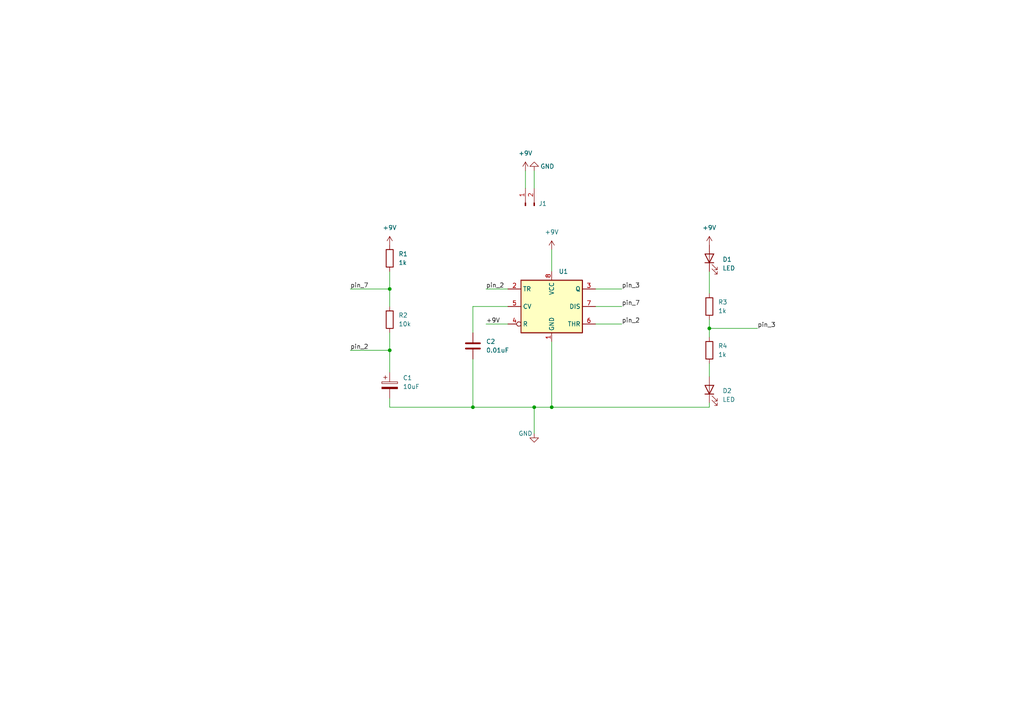
<source format=kicad_sch>
(kicad_sch (version 20211123) (generator eeschema)
  (paper "A4")
  (title_block (title "555 Timer circuit"))
  (lib_symbols
    (symbol "Connector:Conn_01x02_Male" (pin_names (offset 1.016) hide)
      (property "Reference" "J" (at 0 2.54 0))
      (property "Value" "Conn_01x02_Male" (at 0 -5.08 0))
      (symbol "Conn_01x02_Male_1_1"
        (polyline (pts (xy 1.27 -2.54) (xy 0.8636 -2.54)) (stroke (width 0.1524)))
        (polyline (pts (xy 1.27 0) (xy 0.8636 0)) (stroke (width 0.1524)))
        (rectangle (start 0.8636 -2.413) (end 0 -2.667) (stroke (width 0.1524)) (fill (type outline)))
        (rectangle (start 0.8636 0.127) (end 0 -0.127) (stroke (width 0.1524)) (fill (type outline)))
        (pin passive line (at 5.08 0 180) (length 3.81) (name "Pin_1") (number "1"))
        (pin passive line (at 5.08 -2.54 180) (length 3.81) (name "Pin_2") (number "2"))
      )
    )
    (symbol "Device:C" (pin_numbers hide) (pin_names (offset 0.254))
      (property "Reference" "C" (at 0.635 2.54 0))
      (property "Value" "C" (at 0.635 -2.54 0))
      (symbol "C_0_1"
        (polyline (pts (xy -2.032 -0.762) (xy 2.032 -0.762)) (stroke (width 0.508)))
        (polyline (pts (xy -2.032 0.762) (xy 2.032 0.762)) (stroke (width 0.508)))
      )
      (symbol "C_1_1"
        (pin passive line (at 0 3.81 270) (length 2.794) (name "~") (number "1"))
        (pin passive line (at 0 -3.81 90) (length 2.794) (name "~") (number "2"))
      )
    )
    (symbol "Device:C_Polarized" (pin_numbers hide) (pin_names (offset 0.254))
      (property "Reference" "C" (at 0.635 2.54 0))
      (property "Value" "C_Polarized" (at 0.635 -2.54 0))
      (symbol "C_Polarized_0_1"
        (rectangle (start -2.286 0.508) (end 2.286 1.016))
        (polyline (pts (xy -1.778 2.286) (xy -0.762 2.286)))
        (polyline (pts (xy -1.27 2.794) (xy -1.27 1.778)))
        (rectangle (start 2.286 -0.508) (end -2.286 -1.016) (fill (type outline)))
      )
      (symbol "C_Polarized_1_1"
        (pin passive line (at 0 3.81 270) (length 2.794) (name "~") (number "1"))
        (pin passive line (at 0 -3.81 90) (length 2.794) (name "~") (number "2"))
      )
    )
    (symbol "Device:LED" (pin_numbers hide) (pin_names (offset 1.016) hide)
      (property "Reference" "D" (at 0 2.54 0))
      (property "Value" "LED" (at 0 -2.54 0))
      (symbol "LED_0_1"
        (polyline (pts (xy -1.27 -1.27) (xy -1.27 1.27)) (stroke (width 0.254)))
        (polyline (pts (xy -1.27 0) (xy 1.27 0)))
        (polyline (pts (xy 1.27 -1.27) (xy 1.27 1.27) (xy -1.27 0) (xy 1.27 -1.27)) (stroke (width 0.254)))
        (polyline (pts (xy -3.048 -0.762) (xy -4.572 -2.286) (xy -3.81 -2.286) (xy -4.572 -2.286) (xy -4.572 -1.524)))
        (polyline (pts (xy -1.778 -0.762) (xy -3.302 -2.286) (xy -2.54 -2.286) (xy -3.302 -2.286) (xy -3.302 -1.524)))
      )
      (symbol "LED_1_1"
        (pin passive line (at -3.81 0 0) (length 2.54) (name "K") (number "1"))
        (pin passive line (at 3.81 0 180) (length 2.54) (name "A") (number "2"))
      )
    )
    (symbol "Device:R" (pin_numbers hide) (pin_names (offset 0))
      (property "Reference" "R" (at 2.032 0 90))
      (property "Value" "R" (at 0 0 90))
      (symbol "R_0_1"
        (rectangle (start -1.016 -2.54) (end 1.016 2.54) (stroke (width 0.254)))
      )
      (symbol "R_1_1"
        (pin passive line (at 0 3.81 270) (length 1.27) (name "~") (number "1"))
        (pin passive line (at 0 -3.81 90) (length 1.27) (name "~") (number "2"))
      )
    )
    (symbol "Timer:NE555D"
      (property "Reference" "U" (at -10.16 8.89 0))
      (property "Value" "NE555D" (at 2.54 8.89 0))
      (symbol "NE555D_0_0"
        (pin power_in line (at 0 -10.16 90) (length 2.54) (name "GND") (number "1"))
        (pin power_in line (at 0 10.16 270) (length 2.54) (name "VCC") (number "8"))
      )
      (symbol "NE555D_0_1"
        (rectangle (start -8.89 -7.62) (end 8.89 7.62) (stroke (width 0.254)) (fill (type background)))
        (rectangle (start -8.89 -7.62) (end 8.89 7.62) (stroke (width 0.254)) (fill (type background)))
      )
      (symbol "NE555D_1_1"
        (pin input line (at -12.7 5.08 0) (length 3.81) (name "TR") (number "2"))
        (pin output line (at 12.7 5.08 180) (length 3.81) (name "Q") (number "3"))
        (pin input inverted (at -12.7 -5.08 0) (length 3.81) (name "R") (number "4"))
        (pin input line (at -12.7 0 0) (length 3.81) (name "CV") (number "5"))
        (pin input line (at 12.7 -5.08 180) (length 3.81) (name "THR") (number "6"))
        (pin input line (at 12.7 0 180) (length 3.81) (name "DIS") (number "7"))
      )
    )
    (symbol "power:+9V" (power) (pin_names (offset 0))
      (property "Value" "+9V" (at 0 3.556 0))
      (symbol "+9V_0_1"
        (polyline (pts (xy -0.762 1.27) (xy 0 2.54)))
        (polyline (pts (xy 0 0) (xy 0 2.54)))
        (polyline (pts (xy 0 2.54) (xy 0.762 1.27)))
      )
      (symbol "+9V_1_1"
        (pin power_in line (at 0 0 90) (length 0) hide (name "+9V") (number "1"))
      )
    )
    (symbol "power:GND" (power) (pin_names (offset 0))
      (property "Value" "GND" (at 0 -3.81 0))
      (symbol "GND_0_1"
        (polyline (pts (xy 0 0) (xy 0 -1.27) (xy 1.27 -1.27) (xy 0 -2.54) (xy -1.27 -1.27) (xy 0 -1.27)))
      )
      (symbol "GND_1_1"
        (pin power_in line (at 0 0 270) (length 0) hide (name "GND") (number "1"))
      )
    )
  )
  (junction (at 113.03 101.6))
  (junction (at 205.74 95.25))
  (junction (at 154.94 118.11))
  (junction (at 137.16 118.11))
  (junction (at 113.03 83.82))
  (junction (at 160.02 118.11))
  (wire (pts (xy 172.72 88.9) (xy 180.34 88.9)))
  (wire (pts (xy 113.03 83.82) (xy 113.03 88.9)))
  (wire (pts (xy 205.74 92.71) (xy 205.74 95.25)))
  (wire (pts (xy 147.32 88.9) (xy 137.16 88.9)))
  (wire (pts (xy 172.72 83.82) (xy 180.34 83.82)))
  (wire (pts (xy 160.02 72.39) (xy 160.02 78.74)))
  (wire (pts (xy 205.74 105.41) (xy 205.74 109.22)))
  (wire (pts (xy 137.16 88.9) (xy 137.16 96.52)))
  (wire (pts (xy 113.03 115.57) (xy 113.03 118.11)))
  (wire (pts (xy 113.03 96.52) (xy 113.03 101.6)))
  (wire (pts (xy 140.97 83.82) (xy 147.32 83.82)))
  (wire (pts (xy 137.16 104.14) (xy 137.16 118.11)))
  (wire (pts (xy 113.03 78.74) (xy 113.03 83.82)))
  (wire (pts (xy 205.74 95.25) (xy 205.74 97.79)))
  (wire (pts (xy 205.74 116.84) (xy 205.74 118.11)))
  (wire (pts (xy 113.03 101.6) (xy 113.03 107.95)))
  (wire (pts (xy 154.94 118.11) (xy 154.94 125.73)))
  (wire (pts (xy 154.94 49.53) (xy 154.94 54.61)))
  (wire (pts (xy 205.74 78.74) (xy 205.74 85.09)))
  (wire (pts (xy 113.03 118.11) (xy 137.16 118.11)))
  (wire (pts (xy 154.94 118.11) (xy 160.02 118.11)))
  (wire (pts (xy 160.02 99.06) (xy 160.02 118.11)))
  (wire (pts (xy 140.97 93.98) (xy 147.32 93.98)))
  (wire (pts (xy 219.71 95.25) (xy 205.74 95.25)))
  (wire (pts (xy 101.6 83.82) (xy 113.03 83.82)))
  (wire (pts (xy 172.72 93.98) (xy 180.34 93.98)))
  (wire (pts (xy 160.02 118.11) (xy 205.74 118.11)))
  (wire (pts (xy 101.6 101.6) (xy 113.03 101.6)))
  (wire (pts (xy 152.4 49.53) (xy 152.4 54.61)))
  (wire (pts (xy 137.16 118.11) (xy 154.94 118.11)))
  (label "pin_3" (at 219.71 95.25 0))
  (label "pin_2" (at 140.97 83.82 0))
  (label "pin_7" (at 101.6 83.82 0))
  (label "pin_2" (at 180.34 93.98 0))
  (label "pin_3" (at 180.34 83.82 0))
  (label "pin_7" (at 180.34 88.9 0))
  (label "pin_2" (at 101.6 101.6 0))
  (label "+9V" (at 140.97 93.98 0))
  (symbol (lib_id "power:+9V") (at 160.02 72.39 0) (unit 1)
    (property "Reference" "#PWR?" (effects hide))
    (property "Value" "+9V" (at 160.02 67.31 0))
  )
  (symbol (lib_id "power:+9V") (at 152.4 49.53 0) (unit 1)
    (property "Reference" "#PWR?" (effects hide))
    (property "Value" "+9V" (at 152.4 44.45 0))
  )
  (symbol (lib_id "Device:R") (at 205.74 88.9 0) (unit 1)
    (property "Reference" "R3" (at 208.28 87.6299 0) (effects (justify left)))
    (property "Value" "1k" (at 208.28 90.1699 0) (effects (justify left)))
    (property "Footprint" "Resistor_SMD:R_0805_2012Metric_Pad1.20x1.40mm_HandSolder" (effects hide))
  )
  (symbol (lib_id "power:GND") (at 154.94 125.73 0) (unit 1)
    (property "Reference" "#PWR?" (effects hide))
    (property "Value" "GND" (at 152.4 125.73 0))
  )
  (symbol (lib_id "power:GND") (at 154.94 49.53 180) (unit 1)
    (property "Reference" "#PWR?" (effects hide))
    (property "Value" "GND" (at 158.75 48.26 0))
  )
  (symbol (lib_id "Timer:NE555D") (at 160.02 88.9 0) (unit 1)
    (property "Reference" "U1" (at 162.0394 78.74 0) (effects (justify left)))
    (property "Value" "NE555D" (effects hide))
    (property "Footprint" "Package_SO:SOIC-8-1EP_3.9x4.9mm_P1.27mm_EP2.29x3mm" (effects hide))
    (property "Datasheet" "http://www.ti.com/lit/ds/symlink/ne555.pdf" (effects hide))
  )
  (symbol (lib_id "power:+9V") (at 205.74 71.12 0) (unit 1)
    (property "Reference" "#PWR?" (effects hide))
    (property "Value" "+9V" (at 205.74 66.04 0))
  )
  (symbol (lib_id "Device:LED") (at 205.74 74.93 90) (unit 1)
    (property "Reference" "D1" (at 209.55 75.2474 90) (effects (justify right)))
    (property "Value" "LED" (at 209.55 77.7874 90) (effects (justify right)))
    (property "Footprint" "LED_SMD:LED_1206_3216Metric_Pad1.42x1.75mm_HandSolder" (effects hide))
  )
  (symbol (lib_id "Device:LED") (at 205.74 113.03 90) (unit 1)
    (property "Reference" "D2" (at 209.55 113.3474 90) (effects (justify right)))
    (property "Value" "LED" (at 209.55 115.8874 90) (effects (justify right)))
    (property "Footprint" "LED_SMD:LED_1206_3216Metric_Pad1.42x1.75mm_HandSolder" (effects hide))
  )
  (symbol (lib_id "Connector:Conn_01x02_Male") (at 152.4 59.69 90) (unit 1)
    (property "Reference" "J1" (at 156.21 59.0549 90) (effects (justify right)))
    (property "Value" "Conn_01x02_Male" (effects hide))
    (property "Footprint" "TerminalBlock:TerminalBlock_bornier-2_P5.08mm" (effects hide))
  )
  (symbol (lib_id "Device:C_Polarized") (at 113.03 111.76 0) (unit 1)
    (property "Reference" "C1" (at 116.84 109.6009 0) (effects (justify left)))
    (property "Value" "10uF" (at 116.84 112.1409 0) (effects (justify left)))
    (property "Footprint" "Capacitor_Tantalum_SMD:CP_EIA-3216-18_Kemet-A_Pad1.58x1.35mm_HandSolder" (effects hide))
  )
  (symbol (lib_id "Device:R") (at 113.03 92.71 0) (unit 1)
    (property "Reference" "R2" (at 115.57 91.4399 0) (effects (justify left)))
    (property "Value" "10k" (at 115.57 93.9799 0) (effects (justify left)))
    (property "Footprint" "Resistor_SMD:R_0805_2012Metric_Pad1.20x1.40mm_HandSolder" (effects hide))
  )
  (symbol (lib_id "Device:R") (at 113.03 74.93 0) (unit 1)
    (property "Reference" "R1" (at 115.57 73.6599 0) (effects (justify left)))
    (property "Value" "1k" (at 115.57 76.1999 0) (effects (justify left)))
    (property "Footprint" "Resistor_SMD:R_0805_2012Metric_Pad1.20x1.40mm_HandSolder" (effects hide))
  )
  (symbol (lib_id "Device:R") (at 205.74 101.6 0) (unit 1)
    (property "Reference" "R4" (at 208.28 100.3299 0) (effects (justify left)))
    (property "Value" "1k" (at 208.28 102.8699 0) (effects (justify left)))
    (property "Footprint" "Resistor_SMD:R_0805_2012Metric_Pad1.20x1.40mm_HandSolder" (effects hide))
  )
  (symbol (lib_id "Device:C") (at 137.16 100.33 0) (unit 1)
    (property "Reference" "C2" (at 140.97 99.0599 0) (effects (justify left)))
    (property "Value" "0.01uF" (at 140.97 101.5999 0) (effects (justify left)))
    (property "Footprint" "Capacitor_SMD:C_0805_2012Metric_Pad1.18x1.45mm_HandSolder" (effects hide))
  )
  (symbol (lib_id "power:+9V") (at 113.03 71.12 0) (unit 1)
    (property "Reference" "#PWR?" (effects hide))
    (property "Value" "+9V" (at 113.03 66.04 0))
  )
)
</source>
